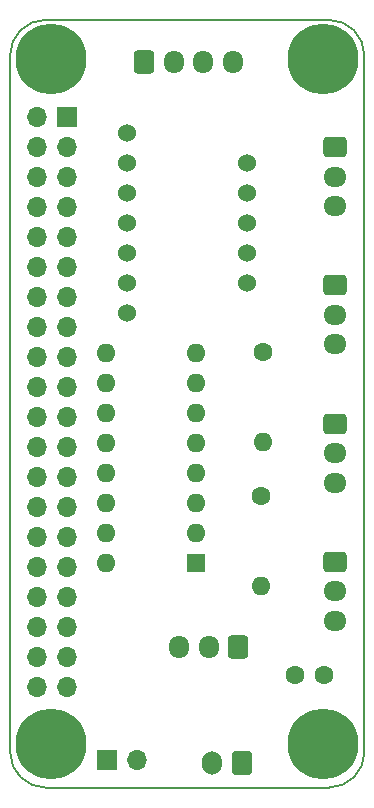
<source format=gbr>
%TF.GenerationSoftware,KiCad,Pcbnew,8.0.8*%
%TF.CreationDate,2025-02-21T13:51:55-05:00*%
%TF.ProjectId,TPI_v1,5450495f-7631-42e6-9b69-6361645f7063,rev?*%
%TF.SameCoordinates,Original*%
%TF.FileFunction,Soldermask,Bot*%
%TF.FilePolarity,Negative*%
%FSLAX46Y46*%
G04 Gerber Fmt 4.6, Leading zero omitted, Abs format (unit mm)*
G04 Created by KiCad (PCBNEW 8.0.8) date 2025-02-21 13:51:55*
%MOMM*%
%LPD*%
G01*
G04 APERTURE LIST*
G04 Aperture macros list*
%AMRoundRect*
0 Rectangle with rounded corners*
0 $1 Rounding radius*
0 $2 $3 $4 $5 $6 $7 $8 $9 X,Y pos of 4 corners*
0 Add a 4 corners polygon primitive as box body*
4,1,4,$2,$3,$4,$5,$6,$7,$8,$9,$2,$3,0*
0 Add four circle primitives for the rounded corners*
1,1,$1+$1,$2,$3*
1,1,$1+$1,$4,$5*
1,1,$1+$1,$6,$7*
1,1,$1+$1,$8,$9*
0 Add four rect primitives between the rounded corners*
20,1,$1+$1,$2,$3,$4,$5,0*
20,1,$1+$1,$4,$5,$6,$7,0*
20,1,$1+$1,$6,$7,$8,$9,0*
20,1,$1+$1,$8,$9,$2,$3,0*%
G04 Aperture macros list end*
%ADD10R,1.700000X1.700000*%
%ADD11O,1.700000X1.700000*%
%ADD12R,1.600000X1.600000*%
%ADD13O,1.600000X1.600000*%
%ADD14RoundRect,0.250000X-0.600000X-0.725000X0.600000X-0.725000X0.600000X0.725000X-0.600000X0.725000X0*%
%ADD15O,1.700000X1.950000*%
%ADD16RoundRect,0.250000X-0.725000X0.600000X-0.725000X-0.600000X0.725000X-0.600000X0.725000X0.600000X0*%
%ADD17O,1.950000X1.700000*%
%ADD18C,1.600000*%
%ADD19C,6.000000*%
%ADD20C,1.524000*%
%ADD21RoundRect,0.250000X0.600000X0.750000X-0.600000X0.750000X-0.600000X-0.750000X0.600000X-0.750000X0*%
%ADD22O,1.700000X2.000000*%
%ADD23RoundRect,0.250000X0.600000X0.725000X-0.600000X0.725000X-0.600000X-0.725000X0.600000X-0.725000X0*%
%TA.AperFunction,Profile*%
%ADD24C,0.200000*%
%TD*%
G04 APERTURE END LIST*
D10*
%TO.C,J1*%
X149309800Y-57705600D03*
D11*
X146769800Y-57705600D03*
X149309800Y-60245600D03*
X146769800Y-60245600D03*
X149309800Y-62785600D03*
X146769800Y-62785600D03*
X149309800Y-65325600D03*
X146769800Y-65325600D03*
X149309800Y-67865600D03*
X146769800Y-67865600D03*
X149309800Y-70405600D03*
X146769800Y-70405600D03*
X149309800Y-72945600D03*
X146769800Y-72945600D03*
X149309800Y-75485600D03*
X146769800Y-75485600D03*
X149309800Y-78025600D03*
X146769800Y-78025600D03*
X149309800Y-80565600D03*
X146769800Y-80565600D03*
X149309800Y-83105600D03*
X146769800Y-83105600D03*
X149309800Y-85645600D03*
X146769800Y-85645600D03*
X149309800Y-88185600D03*
X146769800Y-88185600D03*
X149309800Y-90725600D03*
X146769800Y-90725600D03*
X149309800Y-93265600D03*
X146769800Y-93265600D03*
X149309800Y-95805600D03*
X146769800Y-95805600D03*
X149309800Y-98345600D03*
X146769800Y-98345600D03*
X149309800Y-100885600D03*
X146769800Y-100885600D03*
X149309800Y-103425600D03*
X146769800Y-103425600D03*
X149309800Y-105965600D03*
X146769800Y-105965600D03*
%TD*%
D12*
%TO.C,U3*%
X160263400Y-95460400D03*
D13*
X160263400Y-92920400D03*
X160263400Y-90380400D03*
X160263400Y-87840400D03*
X160263400Y-85300400D03*
X160263400Y-82760400D03*
X160263400Y-80220400D03*
X160263400Y-77680400D03*
X152643400Y-77680400D03*
X152643400Y-80220400D03*
X152643400Y-82760400D03*
X152643400Y-85300400D03*
X152643400Y-87840400D03*
X152643400Y-90380400D03*
X152643400Y-92920400D03*
X152643400Y-95460400D03*
%TD*%
D14*
%TO.C,J2*%
X155857600Y-53082800D03*
D15*
X158357600Y-53082800D03*
X160857600Y-53082800D03*
X163357600Y-53082800D03*
%TD*%
D16*
%TO.C,U6*%
X171987000Y-95399200D03*
D17*
X171987000Y-97899200D03*
X171987000Y-100399200D03*
%TD*%
D18*
%TO.C,R2*%
X165912200Y-77644600D03*
D13*
X165912200Y-85264600D03*
%TD*%
D19*
%TO.C,*%
X170966800Y-110842400D03*
%TD*%
D16*
%TO.C,U5*%
X171987000Y-60285600D03*
D17*
X171987000Y-62785600D03*
X171987000Y-65285600D03*
%TD*%
D19*
%TO.C,*%
X147979800Y-110842400D03*
%TD*%
%TO.C,*%
X170966800Y-52828800D03*
%TD*%
D16*
%TO.C,U2*%
X171987000Y-83694666D03*
D17*
X171987000Y-86194666D03*
X171987000Y-88694666D03*
%TD*%
D20*
%TO.C,U1*%
X154431400Y-74342600D03*
X154431400Y-71802600D03*
X154431400Y-69262600D03*
X154431400Y-66722600D03*
X154431400Y-64182600D03*
X154431400Y-61642600D03*
X154431400Y-59102600D03*
X164571400Y-71802600D03*
X164571400Y-69262600D03*
X164571400Y-66722600D03*
X164571400Y-64182600D03*
X164571400Y-61642600D03*
%TD*%
D21*
%TO.C,J3*%
X164094200Y-112442600D03*
D22*
X161594200Y-112442600D03*
%TD*%
D18*
%TO.C,C1*%
X171099200Y-104949600D03*
X168599200Y-104949600D03*
%TD*%
D23*
%TO.C,J4*%
X163804000Y-102587400D03*
D15*
X161304000Y-102587400D03*
X158804000Y-102587400D03*
%TD*%
D10*
%TO.C,J5*%
X152735000Y-112137400D03*
D11*
X155275000Y-112137400D03*
%TD*%
D19*
%TO.C,*%
X147979800Y-52828800D03*
%TD*%
D16*
%TO.C,U4*%
X171987000Y-71969600D03*
D17*
X171987000Y-74469600D03*
X171987000Y-76969600D03*
%TD*%
D18*
%TO.C,R1*%
X165734400Y-89811200D03*
D13*
X165734400Y-97431200D03*
%TD*%
D24*
X174500000Y-52500000D02*
X174500000Y-111500000D01*
X171500000Y-114500000D02*
X147500000Y-114500000D01*
X144500000Y-111500000D02*
X144500000Y-52500000D01*
X144500000Y-52500000D02*
G75*
G02*
X147500000Y-49500000I3000000J0D01*
G01*
X171500000Y-49500000D02*
G75*
G02*
X174500000Y-52500000I0J-3000000D01*
G01*
X174500000Y-111500000D02*
G75*
G02*
X171500000Y-114500000I-3000000J0D01*
G01*
X147500000Y-114500000D02*
G75*
G02*
X144500000Y-111500000I0J3000000D01*
G01*
X147500000Y-49500000D02*
X171500000Y-49500000D01*
M02*

</source>
